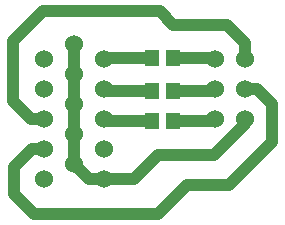
<source format=gtl>
%FSTAX23Y23*%
%MOIN*%
%SFA1B1*%

%IPPOS*%
%ADD10R,0.047244X0.055118*%
%ADD11C,0.039370*%
%ADD12C,0.031496*%
%ADD13C,0.040000*%
%ADD14C,0.010000*%
%ADD15C,0.060000*%
%LNvga_breakout-1*%
%LPD*%
G54D10*
X03539Y03245D03*
X0361D03*
Y03135D03*
X03539D03*
Y03035D03*
X0361D03*
G54D11*
X03745Y0292D02*
X0385Y03025D01*
X0356Y0292D02*
X03735D01*
X0385Y0314D02*
X0389D01*
X0394Y0309*
X0385Y0324D02*
Y03295D01*
X0379Y03355D02*
X0385Y03295D01*
X0361Y03355D02*
X0379D01*
X03795Y0282D02*
X0394Y02965D01*
Y0309*
X03655Y0282D02*
X03795D01*
X0356Y02725D02*
X03655Y0282D01*
X03385Y03135D02*
X0354D01*
X0348Y0284D02*
X0356Y0292D01*
X0338Y03245D02*
X03535D01*
X03135Y0304D02*
X0318D01*
X03075Y031D02*
X03135Y0304D01*
X03075Y031D02*
Y033D01*
X03565Y034D02*
X0361Y03355D01*
X03175Y034D02*
X03565D01*
X03145Y02725D02*
X0356D01*
X0308Y0279D02*
X03145Y02725D01*
X03075Y033D02*
X03175Y034D01*
X0308Y0288D02*
X0314Y0294D01*
X0308Y0279D02*
Y0288D01*
X0314Y0294D02*
X0318D01*
X0328Y0289D02*
Y0299D01*
Y0309*
X0338Y0284D02*
X0348D01*
X0333D02*
X0338D01*
X0328Y0289D02*
X0333Y0284D01*
X03615Y03035D02*
X0374D01*
X0362Y03135D02*
X03735D01*
X0362Y03245D02*
X03735D01*
G54D12*
X03735Y0292D02*
X03745D01*
X0385Y03025D02*
Y0304D01*
G54D13*
X0338Y03035D02*
X03535D01*
X0328Y0319D02*
Y0329D01*
Y0309D02*
Y0319D01*
G54D14*
X0338Y03245D02*
X03395Y03255D01*
X0338Y0314D02*
X03385Y03135D01*
G54D15*
X0385Y0304D03*
Y0314D03*
Y0324D03*
X0375Y0304D03*
Y0314D03*
Y0324D03*
X0318Y0284D03*
Y0294D03*
Y0304D03*
Y0314D03*
Y0324D03*
X0338D03*
Y0314D03*
Y0304D03*
Y0294D03*
Y0284D03*
X0328Y0329D03*
Y0309D03*
Y0299D03*
Y0289D03*
Y0319D03*
M02*
</source>
